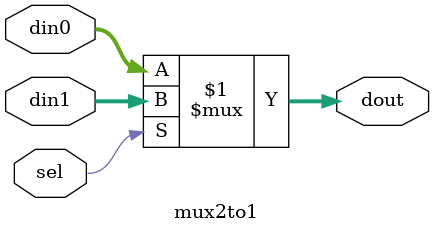
<source format=v>

`timescale 1ns/1ns
module mux2to1
    #(parameter N=32)
    (input [N-1:0] din0,
    input [N-1:0] din1,
    input sel,
    output [N-1:0] dout);
    
assign dout = sel ? din1 : din0;

endmodule


</source>
